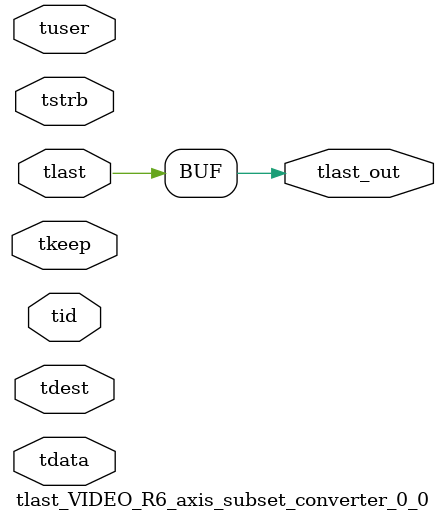
<source format=v>


`timescale 1ps/1ps

module tlast_VIDEO_R6_axis_subset_converter_0_0 #
(
parameter C_S_AXIS_TID_WIDTH   = 1,
parameter C_S_AXIS_TUSER_WIDTH = 0,
parameter C_S_AXIS_TDATA_WIDTH = 0,
parameter C_S_AXIS_TDEST_WIDTH = 0
)
(
input  [(C_S_AXIS_TID_WIDTH   == 0 ? 1 : C_S_AXIS_TID_WIDTH)-1:0       ] tid,
input  [(C_S_AXIS_TDATA_WIDTH == 0 ? 1 : C_S_AXIS_TDATA_WIDTH)-1:0     ] tdata,
input  [(C_S_AXIS_TUSER_WIDTH == 0 ? 1 : C_S_AXIS_TUSER_WIDTH)-1:0     ] tuser,
input  [(C_S_AXIS_TDEST_WIDTH == 0 ? 1 : C_S_AXIS_TDEST_WIDTH)-1:0     ] tdest,
input  [(C_S_AXIS_TDATA_WIDTH/8)-1:0 ] tkeep,
input  [(C_S_AXIS_TDATA_WIDTH/8)-1:0 ] tstrb,
input  [0:0]                                                             tlast,
output                                                                   tlast_out
);

assign tlast_out = {tlast[0]};

endmodule


</source>
